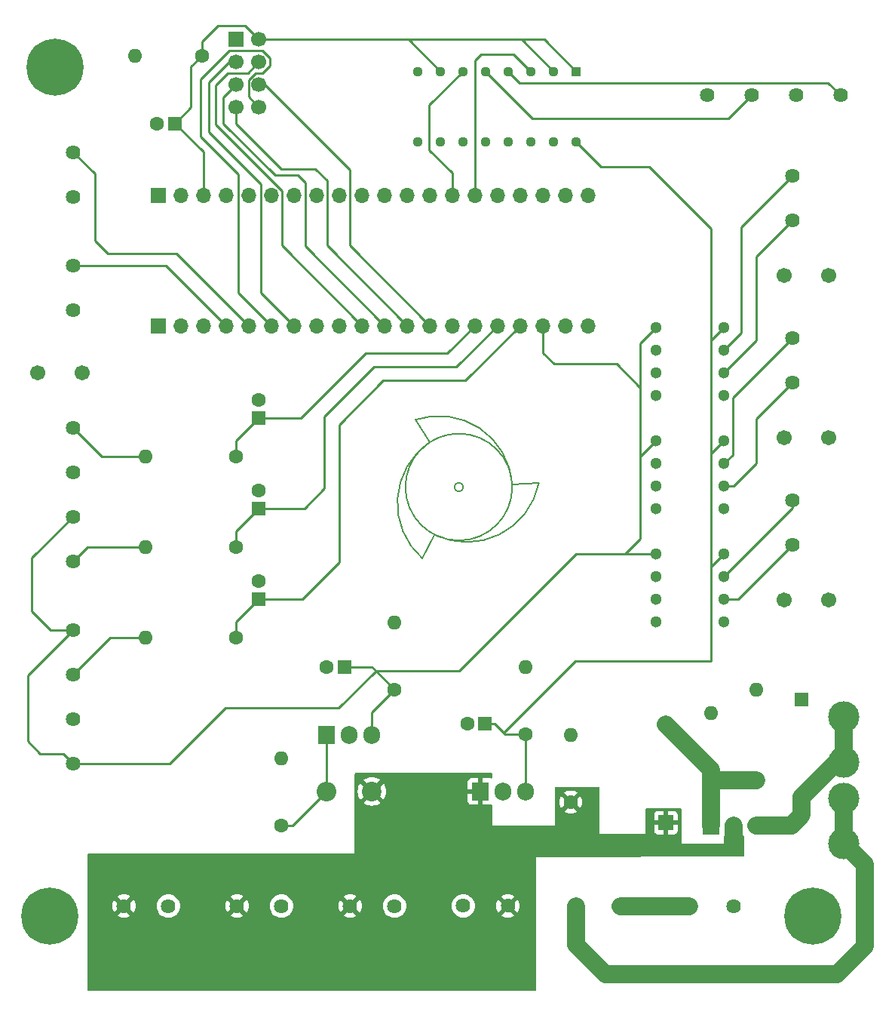
<source format=gbr>
%TF.GenerationSoftware,KiCad,Pcbnew,7.0.9*%
%TF.CreationDate,2023-12-24T19:55:43+02:00*%
%TF.ProjectId,kikad_project,6b696b61-645f-4707-926f-6a6563742e6b,rev?*%
%TF.SameCoordinates,Original*%
%TF.FileFunction,Copper,L1,Top*%
%TF.FilePolarity,Positive*%
%FSLAX46Y46*%
G04 Gerber Fmt 4.6, Leading zero omitted, Abs format (unit mm)*
G04 Created by KiCad (PCBNEW 7.0.9) date 2023-12-24 19:55:43*
%MOMM*%
%LPD*%
G01*
G04 APERTURE LIST*
%TA.AperFunction,NonConductor*%
%ADD10C,0.200000*%
%TD*%
%TA.AperFunction,ComponentPad*%
%ADD11C,1.625600*%
%TD*%
%TA.AperFunction,ComponentPad*%
%ADD12C,1.300000*%
%TD*%
%TA.AperFunction,ComponentPad*%
%ADD13R,1.651000X1.651000*%
%TD*%
%TA.AperFunction,ComponentPad*%
%ADD14C,1.651000*%
%TD*%
%TA.AperFunction,ComponentPad*%
%ADD15R,1.905000X2.000000*%
%TD*%
%TA.AperFunction,ComponentPad*%
%ADD16O,1.905000X2.000000*%
%TD*%
%TA.AperFunction,ComponentPad*%
%ADD17C,1.600000*%
%TD*%
%TA.AperFunction,ComponentPad*%
%ADD18O,1.600000X1.600000*%
%TD*%
%TA.AperFunction,ComponentPad*%
%ADD19C,1.701800*%
%TD*%
%TA.AperFunction,ComponentPad*%
%ADD20C,1.650000*%
%TD*%
%TA.AperFunction,ComponentPad*%
%ADD21R,1.650000X1.650000*%
%TD*%
%TA.AperFunction,ComponentPad*%
%ADD22O,1.700000X1.700000*%
%TD*%
%TA.AperFunction,ComponentPad*%
%ADD23R,1.700000X1.700000*%
%TD*%
%TA.AperFunction,ComponentPad*%
%ADD24R,1.600000X1.600000*%
%TD*%
%TA.AperFunction,ComponentPad*%
%ADD25C,6.400000*%
%TD*%
%TA.AperFunction,ComponentPad*%
%ADD26C,2.200000*%
%TD*%
%TA.AperFunction,ComponentPad*%
%ADD27O,2.200000X2.200000*%
%TD*%
%TA.AperFunction,ComponentPad*%
%ADD28C,3.500000*%
%TD*%
%TA.AperFunction,ComponentPad*%
%ADD29R,1.130000X1.130000*%
%TD*%
%TA.AperFunction,ComponentPad*%
%ADD30C,1.130000*%
%TD*%
%TA.AperFunction,ComponentPad*%
%ADD31C,1.700000*%
%TD*%
%TA.AperFunction,Conductor*%
%ADD32C,0.250000*%
%TD*%
%TA.AperFunction,Conductor*%
%ADD33C,2.000000*%
%TD*%
G04 APERTURE END LIST*
D10*
X53429630Y-53489413D02*
G75*
G03*
X53429630Y-53489413I-500000J0D01*
G01*
X58929630Y-53489413D02*
G75*
G03*
X58929630Y-53489413I-6000000J0D01*
G01*
X48030000Y-45940000D02*
X49663210Y-48456471D01*
X58921495Y-53177081D02*
G75*
G03*
X48030000Y-45940000I-8230156J-571874D01*
G01*
X61917428Y-53020916D02*
X58921495Y-53177081D01*
X50204185Y-58834685D02*
G75*
G03*
X61917428Y-53020916I3619821J7413459D01*
G01*
X48841462Y-61507323D02*
X50204185Y-58834686D01*
X49663210Y-48456472D02*
G75*
G03*
X48841462Y-61507323I4610336J-6841586D01*
G01*
D11*
%TO.P,J9,1,1*%
%TO.N,+24V*%
X28020000Y-100500000D03*
%TO.P,J9,2,2*%
%TO.N,GND*%
X33020000Y-100500000D03*
%TD*%
%TO.P,J7,1,1*%
%TO.N,Net-(IC2-VOUT-)*%
X90430001Y-41758301D03*
%TO.P,J7,2,2*%
%TO.N,Net-(IC2-VOUT+)*%
X90430001Y-36758301D03*
%TD*%
D12*
%TO.P,IC3,1,VDD1*%
%TO.N,VCC*%
X75090000Y-61000000D03*
%TO.P,IC3,2,VIN+*%
%TO.N,WHEEL_RIGHT_PWM*%
X75090000Y-63540000D03*
%TO.P,IC3,3,VIN-*%
%TO.N,WHEEL_RIGHT_DIR*%
X75090000Y-66080000D03*
%TO.P,IC3,4,GND1*%
%TO.N,GND*%
X75090000Y-68620000D03*
%TO.P,IC3,5,GND2*%
X82710000Y-68620000D03*
%TO.P,IC3,6,VOUT-*%
%TO.N,Net-(IC3-VOUT-)*%
X82710000Y-66080000D03*
%TO.P,IC3,7,VOUT+*%
%TO.N,Net-(IC3-VOUT+)*%
X82710000Y-63540000D03*
%TO.P,IC3,8,VDD2*%
%TO.N,+5V*%
X82710000Y-61000000D03*
%TD*%
D13*
%TO.P,D1,1*%
%TO.N,+24V*%
X76200000Y-91160600D03*
D14*
%TO.P,D1,2*%
%TO.N,Net-(Q2-G)*%
X76200000Y-80162400D03*
%TD*%
D11*
%TO.P,J16,1,1*%
%TO.N,Net-(IC3-VOUT-)*%
X90430001Y-59948301D03*
%TO.P,J16,2,2*%
%TO.N,Net-(IC3-VOUT+)*%
X90430001Y-54948301D03*
%TD*%
%TO.P,J11,1,1*%
%TO.N,Net-(J11-Pad1)*%
X9620000Y-46823599D03*
%TO.P,J11,2,2*%
%TO.N,GND*%
X9620000Y-51823599D03*
%TO.P,J11,3,3*%
%TO.N,VCC*%
X9620000Y-56823599D03*
%TO.P,J11,4,4*%
%TO.N,Net-(J11-Pad4)*%
X9620000Y-61823600D03*
%TD*%
D15*
%TO.P,U4,1,IN*%
%TO.N,+24V*%
X55340000Y-87630000D03*
D16*
%TO.P,U4,2,GND*%
%TO.N,GND*%
X57880000Y-87630000D03*
%TO.P,U4,3,OUT*%
%TO.N,+5V*%
X60420000Y-87630000D03*
%TD*%
D17*
%TO.P,C6,1*%
%TO.N,+5V*%
X60420000Y-81220000D03*
D18*
%TO.P,C6,2*%
%TO.N,GND*%
X60420000Y-73720000D03*
%TD*%
D19*
%TO.P,J17,1,1*%
%TO.N,GND*%
X89430000Y-66138301D03*
%TO.P,J17,2,2*%
X94430000Y-66138301D03*
%TD*%
D20*
%TO.P,D3,A*%
%TO.N,Net-(Q2-S)*%
X91440000Y-90320000D03*
D21*
%TO.P,D3,C*%
%TO.N,GND*%
X91440000Y-77320000D03*
%TD*%
D17*
%TO.P,C9,1*%
%TO.N,+3.3V*%
X24070000Y-5080000D03*
D18*
%TO.P,C9,2*%
%TO.N,GND*%
X16570000Y-5080000D03*
%TD*%
D22*
%TO.P,U2,1,VBAT*%
%TO.N,unconnected-(U2-VBAT-Pad1)*%
X67430000Y-20810000D03*
%TO.P,U2,2,PC13*%
%TO.N,unconnected-(U2-PC13-Pad2)*%
X64890000Y-20810000D03*
%TO.P,U2,3,PC14*%
%TO.N,unconnected-(U2-PC14-Pad3)*%
X62350000Y-20810000D03*
%TO.P,U2,3v,3V3*%
%TO.N,+3.3V*%
X67430000Y-35385000D03*
X24250000Y-20810000D03*
%TO.P,U2,4,PC15*%
%TO.N,unconnected-(U2-PC15-Pad4)*%
X59810000Y-20810000D03*
%TO.P,U2,5v,5V*%
%TO.N,VCC*%
X62350000Y-35385000D03*
%TO.P,U2,7,NRST*%
%TO.N,unconnected-(U2-NRST-Pad7)*%
X26790000Y-20810000D03*
%TO.P,U2,10,PA0*%
%TO.N,unconnected-(U2-PA0-Pad10)*%
X57270000Y-20810000D03*
%TO.P,U2,11,PA1*%
%TO.N,HAND_PWM*%
X54730000Y-20810000D03*
%TO.P,U2,12,PA2*%
%TO.N,HAND_DIR*%
X52190000Y-20810000D03*
%TO.P,U2,13,PA3*%
%TO.N,unconnected-(U2-PA3-Pad13)*%
X49650000Y-20810000D03*
%TO.P,U2,14,PA4*%
%TO.N,WHEEL_RIGHT_DIR*%
X47110000Y-20810000D03*
%TO.P,U2,15,PA5*%
%TO.N,WHEEL_LEFT_DIR*%
X44570000Y-20810000D03*
%TO.P,U2,16,PA6*%
%TO.N,DISK_DIR*%
X42030000Y-20810000D03*
%TO.P,U2,17,PA7*%
%TO.N,DISK_PWM*%
X39490000Y-20810000D03*
%TO.P,U2,18,PB0*%
%TO.N,WHEEL_LEFT_PWM*%
X36950000Y-20810000D03*
%TO.P,U2,19,PB1*%
%TO.N,WHEEL_RIGHT_PWM*%
X34410000Y-20810000D03*
%TO.P,U2,21,PB10*%
%TO.N,unconnected-(U2-PB10-Pad21)*%
X31870000Y-20810000D03*
%TO.P,U2,22,PB11*%
%TO.N,unconnected-(U2-PB11-Pad22)*%
X29330000Y-20810000D03*
D23*
%TO.P,U2,25,PB12*%
%TO.N,unconnected-(U2-PB12-Pad25)*%
X19170000Y-35385000D03*
D22*
%TO.P,U2,26,PB13*%
%TO.N,unconnected-(U2-PB13-Pad26)*%
X21710000Y-35385000D03*
%TO.P,U2,27,PB14*%
%TO.N,unconnected-(U2-PB14-Pad27)*%
X24250000Y-35385000D03*
%TO.P,U2,28,PB15*%
%TO.N,HAND_END_RIGHT*%
X26790000Y-35385000D03*
%TO.P,U2,29,PA8*%
%TO.N,HAND_END_LEFT*%
X29330000Y-35385000D03*
%TO.P,U2,30,PA9*%
%TO.N,PA9*%
X31870000Y-35385000D03*
%TO.P,U2,31,PA10*%
%TO.N,PA10*%
X34410000Y-35385000D03*
%TO.P,U2,32,PA11*%
%TO.N,unconnected-(U2-PA11-Pad32)*%
X36950000Y-35385000D03*
%TO.P,U2,33,PA12*%
%TO.N,unconnected-(U2-PA12-Pad33)*%
X39490000Y-35385000D03*
%TO.P,U2,38,PA15*%
%TO.N,PA15*%
X42030000Y-35385000D03*
%TO.P,U2,39,PB3*%
%TO.N,PB3*%
X44570000Y-35385000D03*
%TO.P,U2,40,PB4*%
%TO.N,PB4*%
X47110000Y-35385000D03*
%TO.P,U2,41,PB5*%
%TO.N,PB5*%
X49650000Y-35385000D03*
%TO.P,U2,42,PB6*%
%TO.N,unconnected-(U2-PB6-Pad42)*%
X52190000Y-35385000D03*
%TO.P,U2,43,PB7*%
%TO.N,OPT_END_WHEEL_RIGHT*%
X54730000Y-35385000D03*
%TO.P,U2,45,PB8*%
%TO.N,OPT_END_WHEEL_LEFT*%
X57270000Y-35385000D03*
%TO.P,U2,46,PB9*%
%TO.N,OPT_END_DISK*%
X59810000Y-35385000D03*
%TO.P,U2,G,GND*%
%TO.N,GND*%
X64890000Y-35385000D03*
D23*
X19170000Y-20810000D03*
D22*
X21710000Y-20810000D03*
%TD*%
D24*
%TO.P,C12,1*%
%TO.N,OPT_END_WHEEL_LEFT*%
X30480000Y-55880000D03*
D17*
%TO.P,C12,2*%
%TO.N,GND*%
X30480000Y-53880000D03*
%TD*%
D12*
%TO.P,IC1,1,VDD1*%
%TO.N,VCC*%
X75090000Y-35600000D03*
%TO.P,IC1,2,VIN+*%
%TO.N,DISK_PWM*%
X75090000Y-38140000D03*
%TO.P,IC1,3,VIN-*%
%TO.N,DISK_DIR*%
X75090000Y-40680000D03*
%TO.P,IC1,4,GND1*%
%TO.N,GND*%
X75090000Y-43220000D03*
%TO.P,IC1,5,GND2*%
X82710000Y-43220000D03*
%TO.P,IC1,6,VOUT-*%
%TO.N,Net-(IC1-VOUT-)*%
X82710000Y-40680000D03*
%TO.P,IC1,7,VOUT+*%
%TO.N,Net-(IC1-VOUT+)*%
X82710000Y-38140000D03*
%TO.P,IC1,8,VDD2*%
%TO.N,+5V*%
X82710000Y-35600000D03*
%TD*%
D17*
%TO.P,C4,1*%
%TO.N,+24V*%
X65500000Y-88840000D03*
D18*
%TO.P,C4,2*%
%TO.N,GND*%
X65500000Y-81340000D03*
%TD*%
D11*
%TO.P,J10,1,1*%
%TO.N,VCC*%
X9620000Y-69525500D03*
%TO.P,J10,2,2*%
%TO.N,Net-(J10-Pad2)*%
X9620000Y-74525500D03*
%TO.P,J10,3,3*%
%TO.N,GND*%
X9620000Y-79525500D03*
%TO.P,J10,4,4*%
%TO.N,VCC*%
X9620000Y-84525501D03*
%TD*%
%TO.P,J6,1,1*%
%TO.N,+24V*%
X15320000Y-100500000D03*
%TO.P,J6,2,2*%
%TO.N,GND*%
X20320000Y-100500000D03*
%TD*%
%TO.P,J2,1,1*%
%TO.N,Net-(U12-E)*%
X95790000Y-9510000D03*
%TO.P,J2,2,2*%
%TO.N,GND*%
X90790000Y-9510000D03*
%TO.P,J2,3,3*%
%TO.N,Net-(U12-F)*%
X85790000Y-9510000D03*
%TO.P,J2,4,4*%
%TO.N,GND*%
X80789999Y-9510000D03*
%TD*%
%TO.P,J14,1,1*%
%TO.N,HAND_END_RIGHT*%
X9620000Y-28640000D03*
%TO.P,J14,2,2*%
%TO.N,GND*%
X9620000Y-33640000D03*
%TD*%
D25*
%TO.P,H2,1,1*%
%TO.N,GND*%
X7620000Y-6350000D03*
%TD*%
D17*
%TO.P,C2,1*%
%TO.N,VCC*%
X45720000Y-76200000D03*
D18*
%TO.P,C2,2*%
%TO.N,GND*%
X45720000Y-68700000D03*
%TD*%
D26*
%TO.P,L1,1,1*%
%TO.N,+24V*%
X43180000Y-87630000D03*
D27*
%TO.P,L1,2,2*%
%TO.N,Net-(U3-IN)*%
X38100000Y-87630000D03*
%TD*%
D15*
%TO.P,U3,1,IN*%
%TO.N,Net-(U3-IN)*%
X38100000Y-81280000D03*
D16*
%TO.P,U3,2,GND*%
%TO.N,GND*%
X40640000Y-81280000D03*
%TO.P,U3,3,OUT*%
%TO.N,VCC*%
X43180000Y-81280000D03*
%TD*%
D17*
%TO.P,R3,1*%
%TO.N,OPT_END_WHEEL_RIGHT*%
X27940000Y-50070000D03*
D18*
%TO.P,R3,2*%
%TO.N,Net-(J11-Pad1)*%
X17780000Y-50070000D03*
%TD*%
D11*
%TO.P,J1,1,1*%
%TO.N,Net-(J1-Pad1)*%
X78820000Y-100500000D03*
%TO.P,J1,2,2*%
%TO.N,GND*%
X83820000Y-100500000D03*
%TD*%
D17*
%TO.P,C3,1*%
%TO.N,Net-(U3-IN)*%
X33020000Y-91440000D03*
D18*
%TO.P,C3,2*%
%TO.N,GND*%
X33020000Y-83940000D03*
%TD*%
D19*
%TO.P,J8,1,1*%
%TO.N,GND*%
X89430000Y-47948301D03*
%TO.P,J8,2,2*%
X94430000Y-47948301D03*
%TD*%
D11*
%TO.P,J3,1,1*%
%TO.N,GND*%
X53430000Y-100480000D03*
%TO.P,J3,2,2*%
%TO.N,+24V*%
X58430000Y-100480000D03*
%TD*%
D24*
%TO.P,C1,1*%
%TO.N,VCC*%
X40100000Y-73660000D03*
D17*
%TO.P,C1,2*%
%TO.N,GND*%
X38100000Y-73660000D03*
%TD*%
D25*
%TO.P,H1,1,1*%
%TO.N,GND*%
X7000000Y-101600000D03*
%TD*%
D11*
%TO.P,J15,1,1*%
%TO.N,Net-(J15-Pad1)*%
X66120000Y-100500000D03*
%TO.P,J15,2,2*%
%TO.N,Net-(J1-Pad1)*%
X71120000Y-100500000D03*
%TD*%
D24*
%TO.P,C11,1*%
%TO.N,OPT_END_WHEEL_RIGHT*%
X30480000Y-45720000D03*
D17*
%TO.P,C11,2*%
%TO.N,GND*%
X30480000Y-43720000D03*
%TD*%
%TO.P,R1,1*%
%TO.N,Net-(Q2-G)*%
X86360000Y-86360000D03*
D18*
%TO.P,R1,2*%
%TO.N,GND*%
X86360000Y-76200000D03*
%TD*%
D15*
%TO.P,Q2,1,G*%
%TO.N,Net-(Q2-G)*%
X81280000Y-91440000D03*
D16*
%TO.P,Q2,2,D*%
%TO.N,+24V*%
X83820000Y-91440000D03*
%TO.P,Q2,3,S*%
%TO.N,Net-(Q2-S)*%
X86360000Y-91440000D03*
%TD*%
D11*
%TO.P,J4,1,1*%
%TO.N,Net-(IC1-VOUT-)*%
X90430001Y-23585101D03*
%TO.P,J4,2,2*%
%TO.N,Net-(IC1-VOUT+)*%
X90430001Y-18585101D03*
%TD*%
D24*
%TO.P,C5,1*%
%TO.N,+5V*%
X55880000Y-80010000D03*
D17*
%TO.P,C5,2*%
%TO.N,GND*%
X53880000Y-80010000D03*
%TD*%
D24*
%TO.P,C8,1*%
%TO.N,+3.3V*%
X21050000Y-12700000D03*
D17*
%TO.P,C8,2*%
%TO.N,GND*%
X19050000Y-12700000D03*
%TD*%
D25*
%TO.P,H3,1,1*%
%TO.N,GND*%
X92710000Y-101600000D03*
%TD*%
D17*
%TO.P,C7,1*%
%TO.N,Net-(Q2-G)*%
X81280000Y-86360000D03*
D18*
%TO.P,C7,2*%
%TO.N,GND*%
X81280000Y-78860000D03*
%TD*%
D19*
%TO.P,J12,1,1*%
%TO.N,GND*%
X10620001Y-40639999D03*
%TO.P,J12,2,2*%
X5620001Y-40639999D03*
%TD*%
D28*
%TO.P,X1,1A*%
%TO.N,Net-(J15-Pad1)*%
X96150000Y-93470000D03*
%TO.P,X1,1B*%
X96150000Y-88390000D03*
%TO.P,X1,2A*%
%TO.N,Net-(Q2-S)*%
X96150000Y-84330000D03*
%TO.P,X1,2B*%
X96150000Y-79250000D03*
%TD*%
D29*
%TO.P,U12,1,VCC*%
%TO.N,+3.3V*%
X66100000Y-6860000D03*
D30*
%TO.P,U12,2,EN_A*%
X63560000Y-6860000D03*
%TO.P,U12,3,A*%
%TO.N,HAND_PWM*%
X61020000Y-6860000D03*
%TO.P,U12,4,E*%
%TO.N,Net-(U12-E)*%
X58480000Y-6860000D03*
%TO.P,U12,5,F*%
%TO.N,Net-(U12-F)*%
X55940000Y-6860000D03*
%TO.P,U12,6,B*%
%TO.N,HAND_DIR*%
X53400000Y-6860000D03*
%TO.P,U12,7,EN_B*%
%TO.N,+3.3V*%
X50860000Y-6860000D03*
%TO.P,U12,8,VSS*%
%TO.N,GND*%
X48320000Y-6860000D03*
%TO.P,U12,9,EN_C*%
%TO.N,unconnected-(U12-EN_C-Pad9)*%
X48320000Y-14800000D03*
%TO.P,U12,10,C*%
%TO.N,unconnected-(U12-C-Pad10)*%
X50860000Y-14800000D03*
%TO.P,U12,11,G*%
%TO.N,unconnected-(U12-G-Pad11)*%
X53400000Y-14800000D03*
%TO.P,U12,12*%
%TO.N,N/C*%
X55940000Y-14800000D03*
%TO.P,U12,13,H*%
%TO.N,unconnected-(U12-H-Pad13)*%
X58480000Y-14800000D03*
%TO.P,U12,14,D*%
%TO.N,unconnected-(U12-D-Pad14)*%
X61020000Y-14800000D03*
%TO.P,U12,15,EN_D*%
%TO.N,unconnected-(U12-EN_D-Pad15)*%
X63560000Y-14800000D03*
%TO.P,U12,16,VDD*%
%TO.N,+5V*%
X66100000Y-14800000D03*
%TD*%
D19*
%TO.P,J5,1,1*%
%TO.N,GND*%
X89430000Y-29778301D03*
%TO.P,J5,2,2*%
X94430000Y-29778301D03*
%TD*%
D11*
%TO.P,J13,1,1*%
%TO.N,HAND_END_LEFT*%
X9610000Y-15920000D03*
%TO.P,J13,2,2*%
%TO.N,GND*%
X9610000Y-20920000D03*
%TD*%
D12*
%TO.P,IC2,1,VDD1*%
%TO.N,VCC*%
X75090000Y-48300000D03*
%TO.P,IC2,2,VIN+*%
%TO.N,WHEEL_LEFT_PWM*%
X75090000Y-50840000D03*
%TO.P,IC2,3,VIN-*%
%TO.N,WHEEL_LEFT_DIR*%
X75090000Y-53380000D03*
%TO.P,IC2,4,GND1*%
%TO.N,GND*%
X75090000Y-55920000D03*
%TO.P,IC2,5,GND2*%
X82710000Y-55920000D03*
%TO.P,IC2,6,VOUT-*%
%TO.N,Net-(IC2-VOUT-)*%
X82710000Y-53380000D03*
%TO.P,IC2,7,VOUT+*%
%TO.N,Net-(IC2-VOUT+)*%
X82710000Y-50840000D03*
%TO.P,IC2,8,VDD2*%
%TO.N,+5V*%
X82710000Y-48300000D03*
%TD*%
D11*
%TO.P,J18,1,1*%
%TO.N,+24V*%
X40720000Y-100500000D03*
%TO.P,J18,2,2*%
%TO.N,GND*%
X45720000Y-100500000D03*
%TD*%
D17*
%TO.P,R2,1*%
%TO.N,OPT_END_DISK*%
X27940000Y-70390000D03*
D18*
%TO.P,R2,2*%
%TO.N,Net-(J10-Pad2)*%
X17780000Y-70390000D03*
%TD*%
D24*
%TO.P,C10,1*%
%TO.N,OPT_END_DISK*%
X30480000Y-66040000D03*
D17*
%TO.P,C10,2*%
%TO.N,GND*%
X30480000Y-64040000D03*
%TD*%
D23*
%TO.P,U1,1,GND*%
%TO.N,GND*%
X27940000Y-3265000D03*
D31*
%TO.P,U1,2,VCC*%
%TO.N,+3.3V*%
X30480000Y-3265000D03*
%TO.P,U1,3,CE*%
%TO.N,PA10*%
X27940000Y-5805000D03*
%TO.P,U1,4,~{CSN}*%
%TO.N,PA15*%
X30480000Y-5805000D03*
%TO.P,U1,5,SCK*%
%TO.N,PB3*%
X27940000Y-8345000D03*
%TO.P,U1,6,MOSI*%
%TO.N,PB5*%
X30480000Y-8345000D03*
%TO.P,U1,7,MISO*%
%TO.N,PB4*%
X27940000Y-10885000D03*
%TO.P,U1,8,IRQ*%
%TO.N,PA9*%
X30480000Y-10885000D03*
%TD*%
D17*
%TO.P,R4,1*%
%TO.N,OPT_END_WHEEL_LEFT*%
X27940000Y-60230000D03*
D18*
%TO.P,R4,2*%
%TO.N,Net-(J11-Pad4)*%
X17780000Y-60230000D03*
%TD*%
D32*
%TO.N,VCC*%
X62350000Y-35385000D02*
X62350000Y-38430000D01*
X62350000Y-38430000D02*
X63610000Y-39690000D01*
X73310000Y-42340000D02*
X73310000Y-44050000D01*
X63610000Y-39690000D02*
X70660000Y-39690000D01*
X70660000Y-39690000D02*
X73310000Y-42340000D01*
X73310000Y-44050000D02*
X73310000Y-49950000D01*
X73310000Y-37380000D02*
X73310000Y-44050000D01*
X4990000Y-67410000D02*
X4990000Y-61453599D01*
X7105500Y-69525500D02*
X4990000Y-67410000D01*
X73310000Y-59270000D02*
X71580000Y-61000000D01*
X73310000Y-61000000D02*
X71580000Y-61000000D01*
X43180000Y-73660000D02*
X40100000Y-73660000D01*
X20494499Y-84525501D02*
X26740000Y-78280000D01*
X73310000Y-49950000D02*
X73310000Y-59270000D01*
X4550000Y-82010000D02*
X4550000Y-74595500D01*
X75090000Y-48300000D02*
X73310000Y-50080000D01*
X75090000Y-61000000D02*
X73310000Y-61000000D01*
X5927701Y-83387701D02*
X4550000Y-82010000D01*
X71580000Y-61000000D02*
X66060000Y-61000000D01*
X43615000Y-74095000D02*
X52965000Y-74095000D01*
X8482200Y-83387701D02*
X5927701Y-83387701D01*
X26740000Y-78280000D02*
X39430000Y-78280000D01*
X43180000Y-78740000D02*
X45720000Y-76200000D01*
X9620000Y-84525501D02*
X20494499Y-84525501D01*
X52965000Y-74095000D02*
X66060000Y-61000000D01*
X39430000Y-78280000D02*
X43615000Y-74095000D01*
X9620000Y-69525500D02*
X7105500Y-69525500D01*
X9620000Y-84525501D02*
X8482200Y-83387701D01*
X43615000Y-74095000D02*
X43180000Y-73660000D01*
X73310000Y-49950000D02*
X73310000Y-50080000D01*
X43180000Y-81280000D02*
X43180000Y-78740000D01*
X4990000Y-61453599D02*
X9620000Y-56823599D01*
X45720000Y-76200000D02*
X43615000Y-74095000D01*
X4550000Y-74595500D02*
X9620000Y-69525500D01*
X75090000Y-35600000D02*
X73310000Y-37380000D01*
%TO.N,Net-(U3-IN)*%
X34290000Y-91440000D02*
X33020000Y-91440000D01*
X38100000Y-87630000D02*
X34290000Y-91440000D01*
X38100000Y-87630000D02*
X38100000Y-81280000D01*
D33*
%TO.N,+24V*%
X83820000Y-91440000D02*
X83820000Y-93470000D01*
D32*
%TO.N,+5V*%
X74330000Y-17550000D02*
X81280000Y-24500000D01*
X81280000Y-49730000D02*
X82710000Y-48300000D01*
X68850000Y-17550000D02*
X74330000Y-17550000D01*
X66100000Y-14800000D02*
X68850000Y-17550000D01*
X58120000Y-81220000D02*
X60420000Y-81220000D01*
X81280000Y-24500000D02*
X81280000Y-37030000D01*
X81280000Y-49730000D02*
X81280000Y-37030000D01*
X81280000Y-62430000D02*
X81280000Y-49730000D01*
X81280000Y-37030000D02*
X82710000Y-35600000D01*
X57950000Y-81050000D02*
X58120000Y-81220000D01*
X66000000Y-73000000D02*
X81280000Y-73000000D01*
X56910000Y-80010000D02*
X57950000Y-81050000D01*
X81280000Y-73000000D02*
X81280000Y-62430000D01*
X81280000Y-62430000D02*
X82710000Y-61000000D01*
X55880000Y-80010000D02*
X56910000Y-80010000D01*
X60420000Y-87630000D02*
X60420000Y-81220000D01*
X57950000Y-81050000D02*
X66000000Y-73000000D01*
D33*
%TO.N,Net-(Q2-G)*%
X81280000Y-85242400D02*
X81280000Y-86360000D01*
X86360000Y-86360000D02*
X81280000Y-86360000D01*
X76200000Y-80162400D02*
X81280000Y-85242400D01*
X81280000Y-91440000D02*
X81280000Y-86360000D01*
%TO.N,Net-(Q2-S)*%
X91440000Y-88262753D02*
X91440000Y-90320000D01*
X90320000Y-91440000D02*
X86360000Y-91440000D01*
X95372753Y-84330000D02*
X91440000Y-88262753D01*
X91440000Y-90320000D02*
X90320000Y-91440000D01*
D32*
X96150000Y-84330000D02*
X95372753Y-84330000D01*
D33*
X96150000Y-84330000D02*
X96150000Y-79250000D01*
D32*
X96150000Y-84330000D02*
X96010000Y-84330000D01*
%TO.N,PA10*%
X24850000Y-8070000D02*
X24850000Y-13680000D01*
X24850000Y-13680000D02*
X30695000Y-19525000D01*
X27940000Y-5805000D02*
X27115000Y-5805000D01*
X30695000Y-31670000D02*
X34410000Y-35385000D01*
X30695000Y-19525000D02*
X30695000Y-31670000D01*
X27115000Y-5805000D02*
X24850000Y-8070000D01*
%TO.N,PA15*%
X33045000Y-26400000D02*
X42030000Y-35385000D01*
X25590000Y-12790000D02*
X33045000Y-20245000D01*
X29255000Y-7030000D02*
X26960000Y-7030000D01*
X25590000Y-8400000D02*
X25590000Y-12790000D01*
X26960000Y-7030000D02*
X25590000Y-8400000D01*
X30480000Y-5805000D02*
X29255000Y-7030000D01*
X33045000Y-20245000D02*
X33045000Y-26400000D01*
%TO.N,PB3*%
X27940000Y-8345000D02*
X26500000Y-9785000D01*
X35670000Y-19310000D02*
X35670000Y-26485000D01*
X26500000Y-12720000D02*
X32300000Y-18520000D01*
X32300000Y-18520000D02*
X34880000Y-18520000D01*
X26500000Y-9785000D02*
X26500000Y-12720000D01*
X35670000Y-26485000D02*
X44570000Y-35385000D01*
X34880000Y-18520000D02*
X35670000Y-19310000D01*
%TO.N,PB5*%
X40665000Y-26400000D02*
X49650000Y-35385000D01*
X40665000Y-17915000D02*
X40665000Y-26400000D01*
X31095000Y-8345000D02*
X40665000Y-17915000D01*
X30480000Y-8345000D02*
X31095000Y-8345000D01*
%TO.N,PB4*%
X38125000Y-26400000D02*
X47110000Y-35385000D01*
X33020000Y-17780000D02*
X36830000Y-17780000D01*
X36830000Y-17780000D02*
X38125000Y-19075000D01*
X27940000Y-10885000D02*
X27940000Y-12700000D01*
X27940000Y-12700000D02*
X33020000Y-17780000D01*
X38125000Y-19075000D02*
X38125000Y-26400000D01*
%TO.N,PA9*%
X29305000Y-7858299D02*
X30093299Y-7070000D01*
X28155000Y-31670000D02*
X31870000Y-35385000D01*
X31720000Y-5383299D02*
X30846701Y-4510000D01*
X28155000Y-18395000D02*
X28155000Y-31670000D01*
X29305000Y-9710000D02*
X29305000Y-7858299D01*
X27150000Y-4510000D02*
X23960000Y-7700000D01*
X30876701Y-7070000D02*
X31720000Y-6226701D01*
X23960000Y-14200000D02*
X28155000Y-18395000D01*
X30846701Y-4510000D02*
X27150000Y-4510000D01*
X30480000Y-10885000D02*
X29305000Y-9710000D01*
X23960000Y-7700000D02*
X23960000Y-14200000D01*
X31720000Y-6226701D02*
X31720000Y-5383299D01*
X30093299Y-7070000D02*
X30876701Y-7070000D01*
%TO.N,Net-(J10-Pad2)*%
X17780000Y-70390000D02*
X13755500Y-70390000D01*
X13755500Y-70390000D02*
X9620000Y-74525500D01*
%TO.N,Net-(J11-Pad1)*%
X12866401Y-50070000D02*
X9620000Y-46823599D01*
X17780000Y-50070000D02*
X12866401Y-50070000D01*
%TO.N,Net-(J11-Pad4)*%
X11213600Y-60230000D02*
X9620000Y-61823600D01*
X17780000Y-60230000D02*
X11213600Y-60230000D01*
%TO.N,HAND_END_LEFT*%
X12040000Y-18350000D02*
X12040000Y-25820000D01*
X21215000Y-27270000D02*
X29330000Y-35385000D01*
X12040000Y-25820000D02*
X13490000Y-27270000D01*
X13490000Y-27270000D02*
X21215000Y-27270000D01*
X9610000Y-15920000D02*
X12040000Y-18350000D01*
%TO.N,HAND_END_RIGHT*%
X9620000Y-28640000D02*
X20045000Y-28640000D01*
X20045000Y-28640000D02*
X26790000Y-35385000D01*
%TO.N,OPT_END_WHEEL_LEFT*%
X52625000Y-40030000D02*
X57270000Y-35385000D01*
X35580000Y-55880000D02*
X37850000Y-53610000D01*
X27940000Y-60230000D02*
X27940000Y-58420000D01*
X43440000Y-40030000D02*
X52625000Y-40030000D01*
X37850000Y-45620000D02*
X43440000Y-40030000D01*
X27940000Y-58420000D02*
X30480000Y-55880000D01*
X30480000Y-55880000D02*
X35580000Y-55880000D01*
X37850000Y-53610000D02*
X37850000Y-45620000D01*
%TO.N,OPT_END_WHEEL_RIGHT*%
X27940000Y-48260000D02*
X30480000Y-45720000D01*
X51645000Y-38470000D02*
X54730000Y-35385000D01*
X35230000Y-45720000D02*
X42480000Y-38470000D01*
X30480000Y-45720000D02*
X35230000Y-45720000D01*
X27940000Y-50070000D02*
X27940000Y-48260000D01*
X42480000Y-38470000D02*
X51645000Y-38470000D01*
%TO.N,OPT_END_DISK*%
X35370000Y-66040000D02*
X39470000Y-61940000D01*
X27940000Y-70390000D02*
X27940000Y-68580000D01*
X39470000Y-61940000D02*
X39470000Y-46510000D01*
X27940000Y-68580000D02*
X30480000Y-66040000D01*
X30480000Y-66040000D02*
X35370000Y-66040000D01*
X39470000Y-46510000D02*
X44450000Y-41530000D01*
X44450000Y-41530000D02*
X53665000Y-41530000D01*
X53665000Y-41530000D02*
X59810000Y-35385000D01*
%TO.N,Net-(IC1-VOUT+)*%
X84670000Y-36180000D02*
X84670000Y-24350000D01*
X89575102Y-19440000D02*
X90430001Y-18585101D01*
X82710000Y-38140000D02*
X84670000Y-36180000D01*
X89575102Y-19444898D02*
X84670000Y-24350000D01*
X89575102Y-19440000D02*
X89575102Y-19444898D01*
%TO.N,Net-(IC1-VOUT-)*%
X86360000Y-27655102D02*
X90430001Y-23585101D01*
X86360000Y-37030000D02*
X86360000Y-27655102D01*
X82710000Y-40680000D02*
X86360000Y-37030000D01*
%TO.N,Net-(IC2-VOUT+)*%
X83685000Y-49865000D02*
X83685000Y-43503302D01*
X83685000Y-43503302D02*
X90430001Y-36758301D01*
X82710000Y-50840000D02*
X83685000Y-49865000D01*
%TO.N,Net-(IC2-VOUT-)*%
X86360000Y-45828302D02*
X90430001Y-41758301D01*
X83780000Y-53380000D02*
X86360000Y-50800000D01*
X82710000Y-53380000D02*
X83780000Y-53380000D01*
X86360000Y-50800000D02*
X86360000Y-45828302D01*
%TO.N,Net-(IC3-VOUT+)*%
X82710000Y-63540000D02*
X90430001Y-55819999D01*
X90430001Y-55819999D02*
X90430001Y-54948301D01*
%TO.N,Net-(IC3-VOUT-)*%
X82710000Y-66080000D02*
X84298302Y-66080000D01*
X84298302Y-66080000D02*
X90430001Y-59948301D01*
D33*
%TO.N,Net-(J1-Pad1)*%
X78820000Y-100500000D02*
X71120000Y-100500000D01*
D32*
%TO.N,Net-(U12-E)*%
X94400000Y-8120000D02*
X95790000Y-9510000D01*
X58480000Y-6860000D02*
X59740000Y-8120000D01*
X59740000Y-8120000D02*
X94400000Y-8120000D01*
%TO.N,Net-(U12-F)*%
X55940000Y-6860000D02*
X61190000Y-12110000D01*
X61190000Y-12110000D02*
X83190000Y-12110000D01*
X83190000Y-12110000D02*
X85790000Y-9510000D01*
%TO.N,+3.3V*%
X21050000Y-12700000D02*
X22850000Y-10900000D01*
X63560000Y-6860000D02*
X59965000Y-3265000D01*
X47265000Y-3265000D02*
X30480000Y-3265000D01*
X24070000Y-5080000D02*
X24520000Y-4630000D01*
X25880000Y-1710000D02*
X28925000Y-1710000D01*
X24250000Y-20810000D02*
X24250000Y-15900000D01*
X24070000Y-3520000D02*
X25880000Y-1710000D01*
X66100000Y-6860000D02*
X62505000Y-3265000D01*
X62505000Y-3265000D02*
X59870000Y-3265000D01*
X24250000Y-15900000D02*
X21050000Y-12700000D01*
X50860000Y-6860000D02*
X47265000Y-3265000D01*
X24070000Y-5080000D02*
X24070000Y-3520000D01*
X59870000Y-3265000D02*
X47265000Y-3265000D01*
X22850000Y-10900000D02*
X22850000Y-6300000D01*
X59965000Y-3265000D02*
X59870000Y-3265000D01*
X28925000Y-1710000D02*
X30480000Y-3265000D01*
X22850000Y-6300000D02*
X24070000Y-5080000D01*
%TO.N,HAND_PWM*%
X55400000Y-4940000D02*
X54730000Y-5610000D01*
X54730000Y-5610000D02*
X54730000Y-20810000D01*
X59100000Y-4940000D02*
X55400000Y-4940000D01*
X61020000Y-6860000D02*
X59100000Y-4940000D01*
%TO.N,HAND_DIR*%
X49610000Y-10650000D02*
X53400000Y-6860000D01*
X49610000Y-15690000D02*
X49610000Y-10650000D01*
X52190000Y-18270000D02*
X49610000Y-15690000D01*
X52190000Y-20810000D02*
X52190000Y-18270000D01*
D33*
%TO.N,Net-(J15-Pad1)*%
X95390000Y-108110000D02*
X98500000Y-105000000D01*
X69360000Y-108110000D02*
X95390000Y-108110000D01*
X98500000Y-95820000D02*
X96150000Y-93470000D01*
X66120000Y-104870000D02*
X69360000Y-108110000D01*
X96150000Y-93470000D02*
X96150000Y-88390000D01*
X98500000Y-105000000D02*
X98500000Y-95820000D01*
X66120000Y-100500000D02*
X66120000Y-104870000D01*
%TD*%
%TA.AperFunction,Conductor*%
%TO.N,+24V*%
G36*
X56613039Y-85579685D02*
G01*
X56658794Y-85632489D01*
X56670000Y-85684000D01*
X56670000Y-86058558D01*
X56650315Y-86125597D01*
X56597511Y-86171352D01*
X56528353Y-86181296D01*
X56502667Y-86174740D01*
X56399880Y-86136403D01*
X56399872Y-86136401D01*
X56340344Y-86130000D01*
X55590000Y-86130000D01*
X55590000Y-87138316D01*
X55561181Y-87120791D01*
X55415596Y-87080000D01*
X55302378Y-87080000D01*
X55190217Y-87095416D01*
X55090000Y-87138946D01*
X55090000Y-86130000D01*
X54339655Y-86130000D01*
X54280127Y-86136401D01*
X54280120Y-86136403D01*
X54145413Y-86186645D01*
X54145406Y-86186649D01*
X54030312Y-86272809D01*
X54030309Y-86272812D01*
X53944149Y-86387906D01*
X53944145Y-86387913D01*
X53893903Y-86522620D01*
X53893901Y-86522627D01*
X53887500Y-86582155D01*
X53887500Y-87380000D01*
X54845148Y-87380000D01*
X54796441Y-87517047D01*
X54786123Y-87667886D01*
X54816884Y-87815915D01*
X54850090Y-87880000D01*
X53887500Y-87880000D01*
X53887500Y-88677844D01*
X53893901Y-88737372D01*
X53893903Y-88737379D01*
X53944145Y-88872086D01*
X53944149Y-88872093D01*
X54030309Y-88987187D01*
X54030312Y-88987190D01*
X54145406Y-89073350D01*
X54145413Y-89073354D01*
X54280120Y-89123596D01*
X54280127Y-89123598D01*
X54339655Y-89129999D01*
X54339672Y-89130000D01*
X55090000Y-89130000D01*
X55090000Y-88121683D01*
X55118819Y-88139209D01*
X55264404Y-88180000D01*
X55377622Y-88180000D01*
X55489783Y-88164584D01*
X55590000Y-88121053D01*
X55590000Y-89130000D01*
X56340328Y-89130000D01*
X56340344Y-89129999D01*
X56399872Y-89123598D01*
X56399876Y-89123597D01*
X56502666Y-89085259D01*
X56572358Y-89080275D01*
X56633681Y-89113760D01*
X56667166Y-89175083D01*
X56670000Y-89201441D01*
X56670000Y-91470000D01*
X63679999Y-91470000D01*
X63680000Y-91470000D01*
X63692120Y-88840002D01*
X64195034Y-88840002D01*
X64214858Y-89066599D01*
X64214860Y-89066610D01*
X64273730Y-89286317D01*
X64273734Y-89286326D01*
X64369865Y-89492481D01*
X64369866Y-89492483D01*
X64420973Y-89565471D01*
X64420974Y-89565472D01*
X65102046Y-88884399D01*
X65114835Y-88965148D01*
X65172359Y-89078045D01*
X65261955Y-89167641D01*
X65374852Y-89225165D01*
X65455599Y-89237953D01*
X64774526Y-89919025D01*
X64774526Y-89919026D01*
X64847512Y-89970131D01*
X64847516Y-89970133D01*
X65053673Y-90066265D01*
X65053682Y-90066269D01*
X65273389Y-90125139D01*
X65273400Y-90125141D01*
X65499998Y-90144966D01*
X65500002Y-90144966D01*
X65726599Y-90125141D01*
X65726610Y-90125139D01*
X65946317Y-90066269D01*
X65946331Y-90066264D01*
X66152478Y-89970136D01*
X66225472Y-89919025D01*
X65544401Y-89237953D01*
X65625148Y-89225165D01*
X65738045Y-89167641D01*
X65827641Y-89078045D01*
X65885165Y-88965148D01*
X65897953Y-88884400D01*
X66579025Y-89565472D01*
X66630136Y-89492478D01*
X66726264Y-89286331D01*
X66726269Y-89286317D01*
X66785139Y-89066610D01*
X66785141Y-89066599D01*
X66804966Y-88840002D01*
X66804966Y-88839997D01*
X66785141Y-88613400D01*
X66785139Y-88613389D01*
X66726269Y-88393682D01*
X66726265Y-88393673D01*
X66630133Y-88187516D01*
X66630131Y-88187512D01*
X66579026Y-88114526D01*
X66579025Y-88114526D01*
X65897953Y-88795598D01*
X65885165Y-88714852D01*
X65827641Y-88601955D01*
X65738045Y-88512359D01*
X65625148Y-88454835D01*
X65544400Y-88442046D01*
X66225472Y-87760974D01*
X66225471Y-87760973D01*
X66152483Y-87709866D01*
X66152481Y-87709865D01*
X65946326Y-87613734D01*
X65946317Y-87613730D01*
X65726610Y-87554860D01*
X65726599Y-87554858D01*
X65500002Y-87535034D01*
X65499998Y-87535034D01*
X65273400Y-87554858D01*
X65273389Y-87554860D01*
X65053682Y-87613730D01*
X65053673Y-87613734D01*
X64847513Y-87709868D01*
X64774527Y-87760972D01*
X64774526Y-87760973D01*
X65455600Y-88442046D01*
X65374852Y-88454835D01*
X65261955Y-88512359D01*
X65172359Y-88601955D01*
X65114835Y-88714852D01*
X65102046Y-88795599D01*
X64420973Y-88114526D01*
X64420972Y-88114527D01*
X64369868Y-88187513D01*
X64273734Y-88393673D01*
X64273730Y-88393682D01*
X64214860Y-88613389D01*
X64214858Y-88613400D01*
X64195034Y-88839997D01*
X64195034Y-88840002D01*
X63692120Y-88840002D01*
X63699431Y-87253428D01*
X63719425Y-87186481D01*
X63772439Y-87140969D01*
X63823430Y-87130000D01*
X68625526Y-87130000D01*
X68692565Y-87149685D01*
X68738320Y-87202489D01*
X68749525Y-87254473D01*
X68729999Y-92370000D01*
X68730000Y-92369999D01*
X68730000Y-92370000D01*
X73900000Y-92360000D01*
X73900000Y-92033944D01*
X74874500Y-92033944D01*
X74880901Y-92093472D01*
X74880903Y-92093479D01*
X74931145Y-92228186D01*
X74931149Y-92228193D01*
X75017309Y-92343287D01*
X75017312Y-92343290D01*
X75132406Y-92429450D01*
X75132413Y-92429454D01*
X75267120Y-92479696D01*
X75267127Y-92479698D01*
X75326655Y-92486099D01*
X75326672Y-92486100D01*
X75950000Y-92486100D01*
X75950000Y-91675633D01*
X76050809Y-91717390D01*
X76162545Y-91732100D01*
X76237455Y-91732100D01*
X76349191Y-91717390D01*
X76450000Y-91675633D01*
X76450000Y-92486100D01*
X77073328Y-92486100D01*
X77073344Y-92486099D01*
X77132872Y-92479698D01*
X77132879Y-92479696D01*
X77267586Y-92429454D01*
X77267593Y-92429450D01*
X77382687Y-92343290D01*
X77382690Y-92343287D01*
X77468850Y-92228193D01*
X77468854Y-92228186D01*
X77519096Y-92093479D01*
X77519098Y-92093472D01*
X77525499Y-92033944D01*
X77525500Y-92033927D01*
X77525500Y-91410600D01*
X76715034Y-91410600D01*
X76756790Y-91309791D01*
X76776431Y-91160600D01*
X76756790Y-91011409D01*
X76715033Y-90910600D01*
X77525500Y-90910600D01*
X77525500Y-90287272D01*
X77525499Y-90287255D01*
X77519098Y-90227727D01*
X77519096Y-90227720D01*
X77468854Y-90093013D01*
X77468850Y-90093006D01*
X77382690Y-89977912D01*
X77382687Y-89977909D01*
X77267593Y-89891749D01*
X77267586Y-89891745D01*
X77132879Y-89841503D01*
X77132872Y-89841501D01*
X77073344Y-89835100D01*
X76450000Y-89835100D01*
X76450000Y-90645566D01*
X76349191Y-90603810D01*
X76237455Y-90589100D01*
X76162545Y-90589100D01*
X76050809Y-90603810D01*
X75950000Y-90645566D01*
X75950000Y-89835100D01*
X75326655Y-89835100D01*
X75267127Y-89841501D01*
X75267120Y-89841503D01*
X75132413Y-89891745D01*
X75132406Y-89891749D01*
X75017312Y-89977909D01*
X75017309Y-89977912D01*
X74931149Y-90093006D01*
X74931145Y-90093013D01*
X74880903Y-90227720D01*
X74880901Y-90227727D01*
X74874500Y-90287255D01*
X74874500Y-90910600D01*
X75684966Y-90910600D01*
X75643210Y-91011409D01*
X75623569Y-91160600D01*
X75643210Y-91309791D01*
X75684967Y-91410600D01*
X74874500Y-91410600D01*
X74874500Y-92033944D01*
X73900000Y-92033944D01*
X73900000Y-89634000D01*
X73919685Y-89566961D01*
X73972489Y-89521206D01*
X74024000Y-89510000D01*
X77806000Y-89510000D01*
X77873039Y-89529685D01*
X77918794Y-89582489D01*
X77930000Y-89634000D01*
X77930000Y-93510000D01*
X82660000Y-93490000D01*
X82662310Y-92739211D01*
X82674646Y-92691185D01*
X82673195Y-92690644D01*
X82676294Y-92682332D01*
X82676296Y-92682331D01*
X82687909Y-92651193D01*
X82729777Y-92595262D01*
X82795241Y-92570844D01*
X82863515Y-92585695D01*
X82880252Y-92596675D01*
X83022831Y-92707649D01*
X83022840Y-92707655D01*
X83234531Y-92822215D01*
X83234545Y-92822221D01*
X83462207Y-92900379D01*
X83570000Y-92918366D01*
X83570000Y-91931683D01*
X83598819Y-91949209D01*
X83744404Y-91990000D01*
X83857622Y-91990000D01*
X83969783Y-91974584D01*
X84070000Y-91931053D01*
X84070000Y-92918365D01*
X84177792Y-92900379D01*
X84405454Y-92822221D01*
X84405468Y-92822215D01*
X84617159Y-92707655D01*
X84617162Y-92707653D01*
X84784698Y-92577254D01*
X84849692Y-92551611D01*
X84918232Y-92565177D01*
X84968557Y-92613645D01*
X84984861Y-92675369D01*
X84980260Y-94856367D01*
X84960434Y-94923364D01*
X84907533Y-94969008D01*
X84856366Y-94980105D01*
X61620000Y-95000000D01*
X61620000Y-109875500D01*
X61600315Y-109942539D01*
X61547511Y-109988294D01*
X61496000Y-109999500D01*
X11344000Y-109999500D01*
X11276961Y-109979815D01*
X11231206Y-109927011D01*
X11220000Y-109875500D01*
X11220000Y-100500000D01*
X14002185Y-100500000D01*
X14022205Y-100728831D01*
X14022207Y-100728841D01*
X14081656Y-100950711D01*
X14081660Y-100950720D01*
X14178738Y-101158907D01*
X14231783Y-101234662D01*
X14786628Y-100679817D01*
X14788514Y-100688890D01*
X14859185Y-100825279D01*
X14964032Y-100937543D01*
X15095280Y-101017357D01*
X15142863Y-101030689D01*
X14585336Y-101588216D01*
X14661088Y-101641259D01*
X14661096Y-101641263D01*
X14869274Y-101738338D01*
X14869288Y-101738343D01*
X15091158Y-101797792D01*
X15091168Y-101797794D01*
X15319999Y-101817815D01*
X15320001Y-101817815D01*
X15548831Y-101797794D01*
X15548841Y-101797792D01*
X15770711Y-101738343D01*
X15770725Y-101738338D01*
X15978905Y-101641262D01*
X15978909Y-101641260D01*
X16054662Y-101588215D01*
X15498257Y-101031809D01*
X15613073Y-100981939D01*
X15732231Y-100884997D01*
X15820815Y-100759502D01*
X15850245Y-100676692D01*
X16408215Y-101234662D01*
X16461260Y-101158909D01*
X16461262Y-101158905D01*
X16558338Y-100950725D01*
X16558343Y-100950711D01*
X16617792Y-100728841D01*
X16617794Y-100728831D01*
X16637815Y-100500001D01*
X19001683Y-100500001D01*
X19021710Y-100728917D01*
X19021712Y-100728928D01*
X19081184Y-100950883D01*
X19081186Y-100950887D01*
X19081187Y-100950891D01*
X19178304Y-101159159D01*
X19310111Y-101347398D01*
X19472602Y-101509889D01*
X19660841Y-101641696D01*
X19869109Y-101738813D01*
X20091077Y-101798289D01*
X20254593Y-101812594D01*
X20319998Y-101818317D01*
X20320000Y-101818317D01*
X20320002Y-101818317D01*
X20377230Y-101813310D01*
X20548923Y-101798289D01*
X20770891Y-101738813D01*
X20979159Y-101641696D01*
X21167398Y-101509889D01*
X21329889Y-101347398D01*
X21461696Y-101159159D01*
X21558813Y-100950891D01*
X21618289Y-100728923D01*
X21638317Y-100500000D01*
X26702185Y-100500000D01*
X26722205Y-100728831D01*
X26722207Y-100728841D01*
X26781656Y-100950711D01*
X26781660Y-100950720D01*
X26878738Y-101158907D01*
X26931783Y-101234662D01*
X27486628Y-100679817D01*
X27488514Y-100688890D01*
X27559185Y-100825279D01*
X27664032Y-100937543D01*
X27795280Y-101017357D01*
X27842863Y-101030689D01*
X27285336Y-101588216D01*
X27361088Y-101641259D01*
X27361096Y-101641263D01*
X27569274Y-101738338D01*
X27569288Y-101738343D01*
X27791158Y-101797792D01*
X27791168Y-101797794D01*
X28019999Y-101817815D01*
X28020001Y-101817815D01*
X28248831Y-101797794D01*
X28248841Y-101797792D01*
X28470711Y-101738343D01*
X28470725Y-101738338D01*
X28678905Y-101641262D01*
X28678909Y-101641260D01*
X28754662Y-101588215D01*
X28198257Y-101031809D01*
X28313073Y-100981939D01*
X28432231Y-100884997D01*
X28520815Y-100759502D01*
X28550245Y-100676692D01*
X29108215Y-101234662D01*
X29161260Y-101158909D01*
X29161262Y-101158905D01*
X29258338Y-100950725D01*
X29258343Y-100950711D01*
X29317792Y-100728841D01*
X29317794Y-100728831D01*
X29337815Y-100500001D01*
X31701683Y-100500001D01*
X31721710Y-100728917D01*
X31721712Y-100728928D01*
X31781184Y-100950883D01*
X31781186Y-100950887D01*
X31781187Y-100950891D01*
X31878304Y-101159159D01*
X32010111Y-101347398D01*
X32172602Y-101509889D01*
X32360841Y-101641696D01*
X32569109Y-101738813D01*
X32791077Y-101798289D01*
X32954593Y-101812594D01*
X33019998Y-101818317D01*
X33020000Y-101818317D01*
X33020002Y-101818317D01*
X33077230Y-101813310D01*
X33248923Y-101798289D01*
X33470891Y-101738813D01*
X33679159Y-101641696D01*
X33867398Y-101509889D01*
X34029889Y-101347398D01*
X34161696Y-101159159D01*
X34258813Y-100950891D01*
X34318289Y-100728923D01*
X34338317Y-100500000D01*
X39402185Y-100500000D01*
X39422205Y-100728831D01*
X39422207Y-100728841D01*
X39481656Y-100950711D01*
X39481660Y-100950720D01*
X39578738Y-101158907D01*
X39631783Y-101234662D01*
X40186628Y-100679817D01*
X40188514Y-100688890D01*
X40259185Y-100825279D01*
X40364032Y-100937543D01*
X40495280Y-101017357D01*
X40542863Y-101030689D01*
X39985336Y-101588216D01*
X40061088Y-101641259D01*
X40061096Y-101641263D01*
X40269274Y-101738338D01*
X40269288Y-101738343D01*
X40491158Y-101797792D01*
X40491168Y-101797794D01*
X40719999Y-101817815D01*
X40720001Y-101817815D01*
X40948831Y-101797794D01*
X40948841Y-101797792D01*
X41170711Y-101738343D01*
X41170725Y-101738338D01*
X41378905Y-101641262D01*
X41378909Y-101641260D01*
X41454662Y-101588215D01*
X40898257Y-101031809D01*
X41013073Y-100981939D01*
X41132231Y-100884997D01*
X41220815Y-100759502D01*
X41250245Y-100676692D01*
X41808215Y-101234662D01*
X41861260Y-101158909D01*
X41861262Y-101158905D01*
X41958338Y-100950725D01*
X41958343Y-100950711D01*
X42017792Y-100728841D01*
X42017794Y-100728831D01*
X42037815Y-100500001D01*
X44401683Y-100500001D01*
X44421710Y-100728917D01*
X44421712Y-100728928D01*
X44481184Y-100950883D01*
X44481186Y-100950887D01*
X44481187Y-100950891D01*
X44578304Y-101159159D01*
X44710111Y-101347398D01*
X44872602Y-101509889D01*
X45060841Y-101641696D01*
X45269109Y-101738813D01*
X45491077Y-101798289D01*
X45654593Y-101812594D01*
X45719998Y-101818317D01*
X45720000Y-101818317D01*
X45720002Y-101818317D01*
X45777230Y-101813310D01*
X45948923Y-101798289D01*
X46170891Y-101738813D01*
X46379159Y-101641696D01*
X46567398Y-101509889D01*
X46729889Y-101347398D01*
X46861696Y-101159159D01*
X46958813Y-100950891D01*
X47018289Y-100728923D01*
X47038317Y-100500000D01*
X47036567Y-100480001D01*
X52111683Y-100480001D01*
X52131710Y-100708917D01*
X52131712Y-100708928D01*
X52191184Y-100930883D01*
X52191186Y-100930887D01*
X52191187Y-100930891D01*
X52288304Y-101139159D01*
X52420111Y-101327398D01*
X52582602Y-101489889D01*
X52770841Y-101621696D01*
X52979109Y-101718813D01*
X53201077Y-101778289D01*
X53364593Y-101792594D01*
X53429998Y-101798317D01*
X53430000Y-101798317D01*
X53430002Y-101798317D01*
X53487230Y-101793310D01*
X53658923Y-101778289D01*
X53880891Y-101718813D01*
X54089159Y-101621696D01*
X54277398Y-101489889D01*
X54439889Y-101327398D01*
X54571696Y-101139159D01*
X54668813Y-100930891D01*
X54728289Y-100708923D01*
X54748317Y-100480000D01*
X57112185Y-100480000D01*
X57132205Y-100708831D01*
X57132207Y-100708841D01*
X57191656Y-100930711D01*
X57191660Y-100930720D01*
X57288738Y-101138907D01*
X57341783Y-101214662D01*
X57896628Y-100659817D01*
X57898514Y-100668890D01*
X57969185Y-100805279D01*
X58074032Y-100917543D01*
X58205280Y-100997357D01*
X58252863Y-101010689D01*
X57695336Y-101568216D01*
X57771088Y-101621259D01*
X57771096Y-101621263D01*
X57979274Y-101718338D01*
X57979288Y-101718343D01*
X58201158Y-101777792D01*
X58201168Y-101777794D01*
X58429999Y-101797815D01*
X58430001Y-101797815D01*
X58658831Y-101777794D01*
X58658841Y-101777792D01*
X58880711Y-101718343D01*
X58880725Y-101718338D01*
X59088905Y-101621262D01*
X59088909Y-101621260D01*
X59164662Y-101568215D01*
X58608257Y-101011809D01*
X58723073Y-100961939D01*
X58842231Y-100864997D01*
X58930815Y-100739502D01*
X58960245Y-100656692D01*
X59518215Y-101214662D01*
X59571260Y-101138909D01*
X59571262Y-101138905D01*
X59668338Y-100930725D01*
X59668343Y-100930711D01*
X59727792Y-100708841D01*
X59727794Y-100708831D01*
X59747815Y-100480000D01*
X59747815Y-100479999D01*
X59727794Y-100251168D01*
X59727792Y-100251158D01*
X59668343Y-100029288D01*
X59668339Y-100029279D01*
X59571262Y-99821095D01*
X59518215Y-99745336D01*
X58963370Y-100300180D01*
X58961486Y-100291110D01*
X58890815Y-100154721D01*
X58785968Y-100042457D01*
X58654720Y-99962643D01*
X58607135Y-99949310D01*
X59164662Y-99391783D01*
X59088907Y-99338738D01*
X58880720Y-99241660D01*
X58880711Y-99241656D01*
X58658841Y-99182207D01*
X58658831Y-99182205D01*
X58430001Y-99162185D01*
X58429999Y-99162185D01*
X58201168Y-99182205D01*
X58201158Y-99182207D01*
X57979288Y-99241656D01*
X57979279Y-99241660D01*
X57771089Y-99338741D01*
X57695337Y-99391782D01*
X57695336Y-99391783D01*
X58251743Y-99948189D01*
X58136927Y-99998061D01*
X58017769Y-100095003D01*
X57929185Y-100220498D01*
X57899754Y-100303307D01*
X57341783Y-99745336D01*
X57341782Y-99745337D01*
X57288741Y-99821089D01*
X57191660Y-100029279D01*
X57191656Y-100029288D01*
X57132207Y-100251158D01*
X57132205Y-100251168D01*
X57112185Y-100479999D01*
X57112185Y-100480000D01*
X54748317Y-100480000D01*
X54728289Y-100251077D01*
X54674172Y-100049109D01*
X54668815Y-100029116D01*
X54668814Y-100029115D01*
X54668813Y-100029109D01*
X54571696Y-99820842D01*
X54532830Y-99765336D01*
X54439892Y-99632606D01*
X54439887Y-99632600D01*
X54277398Y-99470111D01*
X54089165Y-99338308D01*
X54089159Y-99338304D01*
X53924795Y-99261660D01*
X53880891Y-99241187D01*
X53880887Y-99241186D01*
X53880883Y-99241184D01*
X53658928Y-99181712D01*
X53658924Y-99181711D01*
X53658923Y-99181711D01*
X53658922Y-99181710D01*
X53658917Y-99181710D01*
X53430002Y-99161683D01*
X53429998Y-99161683D01*
X53201082Y-99181710D01*
X53201071Y-99181712D01*
X52979116Y-99241184D01*
X52979107Y-99241188D01*
X52770842Y-99338303D01*
X52770840Y-99338304D01*
X52582606Y-99470107D01*
X52582600Y-99470112D01*
X52420112Y-99632600D01*
X52420107Y-99632606D01*
X52288304Y-99820840D01*
X52288303Y-99820842D01*
X52191188Y-100029107D01*
X52191184Y-100029116D01*
X52131712Y-100251071D01*
X52131710Y-100251082D01*
X52111683Y-100479998D01*
X52111683Y-100480001D01*
X47036567Y-100480001D01*
X47018289Y-100271077D01*
X46958813Y-100049109D01*
X46861696Y-99840842D01*
X46847690Y-99820840D01*
X46729892Y-99652606D01*
X46729887Y-99652600D01*
X46567398Y-99490111D01*
X46379165Y-99358308D01*
X46379159Y-99358304D01*
X46337206Y-99338741D01*
X46170891Y-99261187D01*
X46170887Y-99261186D01*
X46170883Y-99261184D01*
X45948928Y-99201712D01*
X45948924Y-99201711D01*
X45948923Y-99201711D01*
X45948922Y-99201710D01*
X45948917Y-99201710D01*
X45720002Y-99181683D01*
X45719998Y-99181683D01*
X45491082Y-99201710D01*
X45491071Y-99201712D01*
X45269116Y-99261184D01*
X45269107Y-99261188D01*
X45060842Y-99358303D01*
X45060840Y-99358304D01*
X44872606Y-99490107D01*
X44872600Y-99490112D01*
X44710112Y-99652600D01*
X44710107Y-99652606D01*
X44578304Y-99840840D01*
X44578303Y-99840842D01*
X44481188Y-100049107D01*
X44481184Y-100049116D01*
X44421712Y-100271071D01*
X44421710Y-100271082D01*
X44401683Y-100499998D01*
X44401683Y-100500001D01*
X42037815Y-100500001D01*
X42037815Y-100500000D01*
X42037815Y-100499999D01*
X42017794Y-100271168D01*
X42017792Y-100271158D01*
X41958343Y-100049288D01*
X41958339Y-100049279D01*
X41861262Y-99841095D01*
X41808215Y-99765336D01*
X41253370Y-100320180D01*
X41251486Y-100311110D01*
X41180815Y-100174721D01*
X41075968Y-100062457D01*
X40944720Y-99982643D01*
X40897135Y-99969310D01*
X41454662Y-99411783D01*
X41378907Y-99358738D01*
X41170720Y-99261660D01*
X41170711Y-99261656D01*
X40948841Y-99202207D01*
X40948831Y-99202205D01*
X40720001Y-99182185D01*
X40719999Y-99182185D01*
X40491168Y-99202205D01*
X40491158Y-99202207D01*
X40269288Y-99261656D01*
X40269279Y-99261660D01*
X40061089Y-99358741D01*
X39985337Y-99411782D01*
X39985336Y-99411783D01*
X40541743Y-99968189D01*
X40426927Y-100018061D01*
X40307769Y-100115003D01*
X40219185Y-100240498D01*
X40189754Y-100323307D01*
X39631783Y-99765336D01*
X39631782Y-99765337D01*
X39578741Y-99841089D01*
X39481660Y-100049279D01*
X39481656Y-100049288D01*
X39422207Y-100271158D01*
X39422205Y-100271168D01*
X39402185Y-100499999D01*
X39402185Y-100500000D01*
X34338317Y-100500000D01*
X34318289Y-100271077D01*
X34258813Y-100049109D01*
X34161696Y-99840842D01*
X34147690Y-99820840D01*
X34029892Y-99652606D01*
X34029887Y-99652600D01*
X33867398Y-99490111D01*
X33679165Y-99358308D01*
X33679159Y-99358304D01*
X33637206Y-99338741D01*
X33470891Y-99261187D01*
X33470887Y-99261186D01*
X33470883Y-99261184D01*
X33248928Y-99201712D01*
X33248924Y-99201711D01*
X33248923Y-99201711D01*
X33248922Y-99201710D01*
X33248917Y-99201710D01*
X33020002Y-99181683D01*
X33019998Y-99181683D01*
X32791082Y-99201710D01*
X32791071Y-99201712D01*
X32569116Y-99261184D01*
X32569107Y-99261188D01*
X32360842Y-99358303D01*
X32360840Y-99358304D01*
X32172606Y-99490107D01*
X32172600Y-99490112D01*
X32010112Y-99652600D01*
X32010107Y-99652606D01*
X31878304Y-99840840D01*
X31878303Y-99840842D01*
X31781188Y-100049107D01*
X31781184Y-100049116D01*
X31721712Y-100271071D01*
X31721710Y-100271082D01*
X31701683Y-100499998D01*
X31701683Y-100500001D01*
X29337815Y-100500001D01*
X29337815Y-100500000D01*
X29337815Y-100499999D01*
X29317794Y-100271168D01*
X29317792Y-100271158D01*
X29258343Y-100049288D01*
X29258339Y-100049279D01*
X29161262Y-99841095D01*
X29108215Y-99765336D01*
X28553370Y-100320180D01*
X28551486Y-100311110D01*
X28480815Y-100174721D01*
X28375968Y-100062457D01*
X28244720Y-99982643D01*
X28197135Y-99969310D01*
X28754662Y-99411783D01*
X28678907Y-99358738D01*
X28470720Y-99261660D01*
X28470711Y-99261656D01*
X28248841Y-99202207D01*
X28248831Y-99202205D01*
X28020001Y-99182185D01*
X28019999Y-99182185D01*
X27791168Y-99202205D01*
X27791158Y-99202207D01*
X27569288Y-99261656D01*
X27569279Y-99261660D01*
X27361089Y-99358741D01*
X27285337Y-99411782D01*
X27285336Y-99411783D01*
X27841743Y-99968189D01*
X27726927Y-100018061D01*
X27607769Y-100115003D01*
X27519185Y-100240498D01*
X27489754Y-100323307D01*
X26931783Y-99765336D01*
X26931782Y-99765337D01*
X26878741Y-99841089D01*
X26781660Y-100049279D01*
X26781656Y-100049288D01*
X26722207Y-100271158D01*
X26722205Y-100271168D01*
X26702185Y-100499999D01*
X26702185Y-100500000D01*
X21638317Y-100500000D01*
X21618289Y-100271077D01*
X21558813Y-100049109D01*
X21461696Y-99840842D01*
X21447690Y-99820840D01*
X21329892Y-99652606D01*
X21329887Y-99652600D01*
X21167398Y-99490111D01*
X20979165Y-99358308D01*
X20979159Y-99358304D01*
X20937206Y-99338741D01*
X20770891Y-99261187D01*
X20770887Y-99261186D01*
X20770883Y-99261184D01*
X20548928Y-99201712D01*
X20548924Y-99201711D01*
X20548923Y-99201711D01*
X20548922Y-99201710D01*
X20548917Y-99201710D01*
X20320002Y-99181683D01*
X20319998Y-99181683D01*
X20091082Y-99201710D01*
X20091071Y-99201712D01*
X19869116Y-99261184D01*
X19869107Y-99261188D01*
X19660842Y-99358303D01*
X19660840Y-99358304D01*
X19472606Y-99490107D01*
X19472600Y-99490112D01*
X19310112Y-99652600D01*
X19310107Y-99652606D01*
X19178304Y-99840840D01*
X19178303Y-99840842D01*
X19081188Y-100049107D01*
X19081184Y-100049116D01*
X19021712Y-100271071D01*
X19021710Y-100271082D01*
X19001683Y-100499998D01*
X19001683Y-100500001D01*
X16637815Y-100500001D01*
X16637815Y-100500000D01*
X16637815Y-100499999D01*
X16617794Y-100271168D01*
X16617792Y-100271158D01*
X16558343Y-100049288D01*
X16558339Y-100049279D01*
X16461262Y-99841095D01*
X16408215Y-99765336D01*
X15853370Y-100320180D01*
X15851486Y-100311110D01*
X15780815Y-100174721D01*
X15675968Y-100062457D01*
X15544720Y-99982643D01*
X15497135Y-99969310D01*
X16054662Y-99411783D01*
X15978907Y-99358738D01*
X15770720Y-99261660D01*
X15770711Y-99261656D01*
X15548841Y-99202207D01*
X15548831Y-99202205D01*
X15320001Y-99182185D01*
X15319999Y-99182185D01*
X15091168Y-99202205D01*
X15091158Y-99202207D01*
X14869288Y-99261656D01*
X14869279Y-99261660D01*
X14661089Y-99358741D01*
X14585337Y-99411782D01*
X14585336Y-99411783D01*
X15141743Y-99968189D01*
X15026927Y-100018061D01*
X14907769Y-100115003D01*
X14819185Y-100240498D01*
X14789754Y-100323307D01*
X14231783Y-99765336D01*
X14231782Y-99765337D01*
X14178741Y-99841089D01*
X14081660Y-100049279D01*
X14081656Y-100049288D01*
X14022207Y-100271158D01*
X14022205Y-100271168D01*
X14002185Y-100499999D01*
X14002185Y-100500000D01*
X11220000Y-100500000D01*
X11220000Y-94763834D01*
X11239685Y-94696795D01*
X11292489Y-94651040D01*
X11343830Y-94639835D01*
X41240000Y-94600000D01*
X41240000Y-87630000D01*
X41575052Y-87630000D01*
X41594812Y-87881072D01*
X41653603Y-88125956D01*
X41749980Y-88358631D01*
X41881566Y-88573358D01*
X41881577Y-88573374D01*
X41882264Y-88574178D01*
X41882266Y-88574178D01*
X42654070Y-87802375D01*
X42656884Y-87815915D01*
X42726442Y-87950156D01*
X42829638Y-88060652D01*
X42958819Y-88139209D01*
X43010002Y-88153549D01*
X42235819Y-88927732D01*
X42236636Y-88928430D01*
X42236638Y-88928432D01*
X42451368Y-89060019D01*
X42684043Y-89156396D01*
X42928927Y-89215187D01*
X43180000Y-89234947D01*
X43431072Y-89215187D01*
X43675956Y-89156396D01*
X43908631Y-89060019D01*
X44123360Y-88928432D01*
X44123371Y-88928424D01*
X44124179Y-88927732D01*
X43351568Y-88155121D01*
X43468458Y-88104349D01*
X43585739Y-88008934D01*
X43672928Y-87885415D01*
X43703354Y-87799801D01*
X44477732Y-88574179D01*
X44478424Y-88573371D01*
X44478432Y-88573360D01*
X44610019Y-88358631D01*
X44706396Y-88125956D01*
X44765187Y-87881072D01*
X44784947Y-87630000D01*
X44765187Y-87378927D01*
X44706396Y-87134043D01*
X44610019Y-86901368D01*
X44478432Y-86686638D01*
X44478430Y-86686636D01*
X44477732Y-86685819D01*
X43705929Y-87457622D01*
X43703116Y-87444085D01*
X43633558Y-87309844D01*
X43530362Y-87199348D01*
X43401181Y-87120791D01*
X43349996Y-87106449D01*
X44124178Y-86332266D01*
X44124178Y-86332264D01*
X44123374Y-86331577D01*
X44123358Y-86331566D01*
X43908631Y-86199980D01*
X43675956Y-86103603D01*
X43431072Y-86044812D01*
X43180000Y-86025052D01*
X42928927Y-86044812D01*
X42684043Y-86103603D01*
X42451368Y-86199980D01*
X42236637Y-86331568D01*
X42235820Y-86332266D01*
X43008432Y-87104878D01*
X42891542Y-87155651D01*
X42774261Y-87251066D01*
X42687072Y-87374585D01*
X42656644Y-87460198D01*
X41882266Y-86685820D01*
X41881568Y-86686637D01*
X41749980Y-86901368D01*
X41653603Y-87134043D01*
X41594812Y-87378927D01*
X41575052Y-87630000D01*
X41240000Y-87630000D01*
X41240000Y-85684000D01*
X41259685Y-85616961D01*
X41312489Y-85571206D01*
X41364000Y-85560000D01*
X56546000Y-85560000D01*
X56613039Y-85579685D01*
G37*
%TD.AperFunction*%
%TD*%
M02*

</source>
